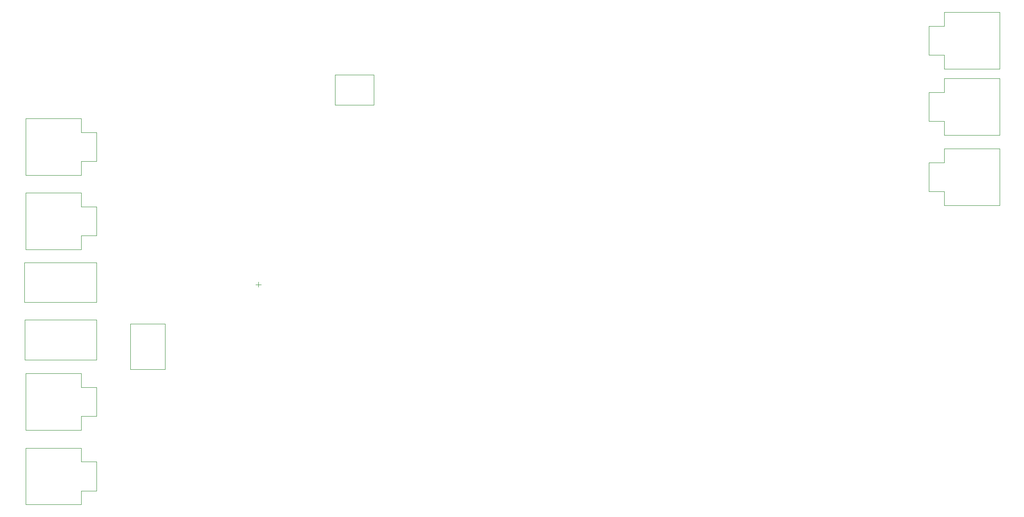
<source format=gbr>
%TF.GenerationSoftware,Altium Limited,Altium Designer,20.1.14 (287)*%
G04 Layer_Color=0*
%FSLAX25Y25*%
%MOIN*%
%TF.SameCoordinates,420D9B4C-C7A0-47ED-81AF-82C992674030*%
%TF.FilePolarity,Positive*%
%TF.FileFunction,Other,Top_Component_Center*%
%TF.Part,Single*%
G01*
G75*
%TA.AperFunction,NonConductor*%
%ADD94C,0.00197*%
%ADD95C,0.00394*%
D94*
X42746Y292854D02*
Y303134D01*
X54124D01*
X42746Y324504D02*
Y334784D01*
Y324504D02*
X54124D01*
X1762Y292854D02*
X42746D01*
X54124Y303134D02*
Y324504D01*
X1762Y292854D02*
Y334784D01*
X42746D01*
X1762Y389859D02*
X42746D01*
X1762Y347930D02*
Y389859D01*
X54124Y358209D02*
Y379579D01*
X1762Y347930D02*
X42746D01*
Y379579D02*
X54124D01*
X42746D02*
Y389859D01*
Y358209D02*
X54124D01*
X42746Y347930D02*
Y358209D01*
X79205Y237732D02*
X104795D01*
X79205Y204268D02*
Y237732D01*
Y204268D02*
X104795D01*
Y237732D01*
X996Y253736D02*
Y283264D01*
Y253736D02*
X54146D01*
Y283264D01*
X996D02*
X54146D01*
X1171Y211294D02*
Y240821D01*
Y211294D02*
X54321D01*
Y240821D01*
X1171D02*
X54321D01*
X42746Y159128D02*
Y169408D01*
X54124D01*
X42746Y190778D02*
Y201057D01*
Y190778D02*
X54124D01*
X1762Y159128D02*
X42746D01*
X54124Y169408D02*
Y190778D01*
X1762Y159128D02*
Y201057D01*
X42746D01*
Y104053D02*
Y114332D01*
X54124D01*
X42746Y135702D02*
Y145982D01*
Y135702D02*
X54124D01*
X1762Y104053D02*
X42746D01*
X54124Y114332D02*
Y135702D01*
X1762Y104053D02*
Y145982D01*
X42746D01*
X680754Y426535D02*
X721738D01*
Y468465D01*
X669376Y436815D02*
Y458185D01*
X680754Y468465D02*
X721738D01*
X669376Y436815D02*
X680754D01*
Y426535D02*
Y436815D01*
X669376Y458185D02*
X680754D01*
Y468465D01*
Y377630D02*
X721738D01*
Y419559D01*
X669376Y387910D02*
Y409279D01*
X680754Y419559D02*
X721738D01*
X669376Y387910D02*
X680754D01*
Y377630D02*
Y387910D01*
X669376Y409279D02*
X680754D01*
Y419559D01*
Y325535D02*
X721738D01*
Y367465D01*
X669376Y335815D02*
Y357185D01*
X680754Y367465D02*
X721738D01*
X669376Y335815D02*
X680754D01*
Y325535D02*
Y335815D01*
X669376Y357185D02*
X680754D01*
Y367465D01*
X259370Y400000D02*
Y422130D01*
X230630D02*
X259370D01*
X230630Y400000D02*
Y422130D01*
X238685Y400000D02*
X253055D01*
X259370D01*
X233296D02*
X235149D01*
X238685D01*
X230630D02*
X233296D01*
D95*
X172031Y267000D02*
X175969D01*
X174000Y265032D02*
Y268969D01*
%TF.MD5,fda4eac0178cdaf10a3ff77e8a0d9b1e*%
M02*

</source>
